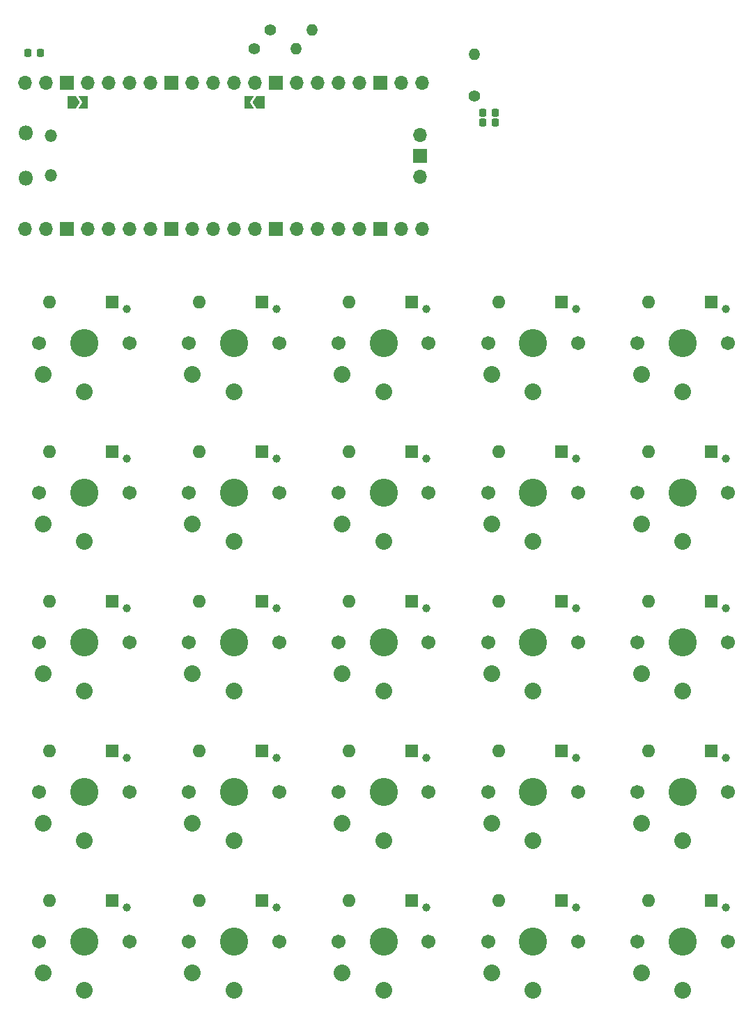
<source format=gbr>
%TF.GenerationSoftware,KiCad,Pcbnew,6.0.1-79c1e3a40b~116~ubuntu21.10.1*%
%TF.CreationDate,2022-03-13T19:18:57-06:00*%
%TF.ProjectId,Macropad,4d616372-6f70-4616-942e-6b696361645f,rev?*%
%TF.SameCoordinates,Original*%
%TF.FileFunction,Soldermask,Bot*%
%TF.FilePolarity,Negative*%
%FSLAX46Y46*%
G04 Gerber Fmt 4.6, Leading zero omitted, Abs format (unit mm)*
G04 Created by KiCad (PCBNEW 6.0.1-79c1e3a40b~116~ubuntu21.10.1) date 2022-03-13 19:18:57*
%MOMM*%
%LPD*%
G01*
G04 APERTURE LIST*
G04 Aperture macros list*
%AMRoundRect*
0 Rectangle with rounded corners*
0 $1 Rounding radius*
0 $2 $3 $4 $5 $6 $7 $8 $9 X,Y pos of 4 corners*
0 Add a 4 corners polygon primitive as box body*
4,1,4,$2,$3,$4,$5,$6,$7,$8,$9,$2,$3,0*
0 Add four circle primitives for the rounded corners*
1,1,$1+$1,$2,$3*
1,1,$1+$1,$4,$5*
1,1,$1+$1,$6,$7*
1,1,$1+$1,$8,$9*
0 Add four rect primitives between the rounded corners*
20,1,$1+$1,$2,$3,$4,$5,0*
20,1,$1+$1,$4,$5,$6,$7,0*
20,1,$1+$1,$6,$7,$8,$9,0*
20,1,$1+$1,$8,$9,$2,$3,0*%
%AMFreePoly0*
4,1,6,1.000000,0.000000,0.500000,-0.750000,-0.500000,-0.750000,-0.500000,0.750000,0.500000,0.750000,1.000000,0.000000,1.000000,0.000000,$1*%
%AMFreePoly1*
4,1,6,0.500000,-0.750000,-0.650000,-0.750000,-0.150000,0.000000,-0.650000,0.750000,0.500000,0.750000,0.500000,-0.750000,0.500000,-0.750000,$1*%
G04 Aperture macros list end*
%ADD10C,1.400000*%
%ADD11O,1.400000X1.400000*%
%ADD12RoundRect,0.225000X-0.225000X-0.250000X0.225000X-0.250000X0.225000X0.250000X-0.225000X0.250000X0*%
%ADD13C,3.429000*%
%ADD14C,1.701800*%
%ADD15C,0.990600*%
%ADD16C,2.032000*%
%ADD17R,1.600000X1.600000*%
%ADD18O,1.600000X1.600000*%
%ADD19O,1.800000X1.800000*%
%ADD20O,1.500000X1.500000*%
%ADD21O,1.700000X1.700000*%
%ADD22R,1.700000X1.700000*%
%ADD23FreePoly0,0.000000*%
%ADD24FreePoly1,0.000000*%
%ADD25FreePoly1,180.000000*%
%ADD26FreePoly0,180.000000*%
G04 APERTURE END LIST*
D10*
%TO.C,R3*%
X130450000Y-41440000D03*
D11*
X130450000Y-36360000D03*
%TD*%
D12*
%TO.C,C6*%
X132975000Y-44650000D03*
X131425000Y-44650000D03*
%TD*%
%TO.C,C5*%
X132975000Y-43400000D03*
X131425000Y-43400000D03*
%TD*%
D13*
%TO.C,SW14*%
X119400000Y-126100000D03*
D14*
X124900000Y-126100000D03*
D15*
X124620000Y-121900000D03*
D14*
X113900000Y-126100000D03*
D16*
X119400000Y-132000000D03*
X114400000Y-129900000D03*
%TD*%
D17*
%TO.C,D1*%
X86410000Y-66500000D03*
D18*
X78790000Y-66500000D03*
%TD*%
D17*
%TO.C,D9*%
X104600000Y-121100000D03*
D18*
X96980000Y-121100000D03*
%TD*%
D14*
%TO.C,SW18*%
X132100000Y-107900000D03*
D15*
X142820000Y-103700000D03*
D14*
X143100000Y-107900000D03*
D13*
X137600000Y-107900000D03*
D16*
X137600000Y-113800000D03*
X132600000Y-111700000D03*
%TD*%
D17*
%TO.C,D25*%
X159210000Y-139300000D03*
D18*
X151590000Y-139300000D03*
%TD*%
D17*
%TO.C,D2*%
X86400000Y-84700000D03*
D18*
X78780000Y-84700000D03*
%TD*%
D14*
%TO.C,SW20*%
X143100000Y-144300000D03*
D13*
X137600000Y-144300000D03*
D14*
X132100000Y-144300000D03*
D15*
X142820000Y-140100000D03*
D16*
X137600000Y-150200000D03*
X132600000Y-148100000D03*
%TD*%
D13*
%TO.C,SW24*%
X155800000Y-126100000D03*
D14*
X150300000Y-126100000D03*
X161300000Y-126100000D03*
D15*
X161020000Y-121900000D03*
D16*
X155800000Y-132000000D03*
X150800000Y-129900000D03*
%TD*%
D14*
%TO.C,SW5*%
X77500000Y-144300000D03*
D13*
X83000000Y-144300000D03*
D14*
X88500000Y-144300000D03*
D15*
X88220000Y-140100000D03*
D16*
X83000000Y-150200000D03*
X78000000Y-148100000D03*
%TD*%
D17*
%TO.C,D5*%
X86410000Y-139300000D03*
D18*
X78790000Y-139300000D03*
%TD*%
D17*
%TO.C,D7*%
X104610000Y-84700000D03*
D18*
X96990000Y-84700000D03*
%TD*%
D19*
%TO.C,U1*%
X75950000Y-45925000D03*
D20*
X78980000Y-46225000D03*
X78980000Y-51075000D03*
D19*
X75950000Y-51375000D03*
D21*
X75820000Y-57540000D03*
X78360000Y-57540000D03*
D22*
X80900000Y-57540000D03*
D21*
X83440000Y-57540000D03*
X85980000Y-57540000D03*
X88520000Y-57540000D03*
X91060000Y-57540000D03*
D22*
X93600000Y-57540000D03*
D21*
X96140000Y-57540000D03*
X98680000Y-57540000D03*
X101220000Y-57540000D03*
X103760000Y-57540000D03*
D22*
X106300000Y-57540000D03*
D21*
X108840000Y-57540000D03*
X111380000Y-57540000D03*
X113920000Y-57540000D03*
X116460000Y-57540000D03*
D22*
X119000000Y-57540000D03*
D21*
X121540000Y-57540000D03*
X124080000Y-57540000D03*
X124080000Y-39760000D03*
X121540000Y-39760000D03*
D22*
X119000000Y-39760000D03*
D21*
X116460000Y-39760000D03*
X113920000Y-39760000D03*
X111380000Y-39760000D03*
X108840000Y-39760000D03*
D22*
X106300000Y-39760000D03*
D21*
X103760000Y-39760000D03*
X101220000Y-39760000D03*
X98680000Y-39760000D03*
X96140000Y-39760000D03*
D22*
X93600000Y-39760000D03*
D21*
X91060000Y-39760000D03*
X88520000Y-39760000D03*
X85980000Y-39760000D03*
X83440000Y-39760000D03*
D22*
X80900000Y-39760000D03*
D21*
X78360000Y-39760000D03*
X75820000Y-39760000D03*
X123850000Y-51190000D03*
D22*
X123850000Y-48650000D03*
D21*
X123850000Y-46110000D03*
%TD*%
D14*
%TO.C,SW16*%
X132100000Y-71500000D03*
D13*
X137600000Y-71500000D03*
D14*
X143100000Y-71500000D03*
D15*
X142820000Y-67300000D03*
D16*
X137600000Y-77400000D03*
X132600000Y-75300000D03*
%TD*%
D14*
%TO.C,SW25*%
X161300000Y-144300000D03*
D13*
X155800000Y-144300000D03*
D14*
X150300000Y-144300000D03*
D15*
X161020000Y-140100000D03*
D16*
X155800000Y-150200000D03*
X150800000Y-148100000D03*
%TD*%
D17*
%TO.C,D16*%
X141010000Y-66500000D03*
D18*
X133390000Y-66500000D03*
%TD*%
D15*
%TO.C,SW13*%
X124620000Y-103700000D03*
D13*
X119400000Y-107900000D03*
D14*
X124900000Y-107900000D03*
X113900000Y-107900000D03*
D16*
X119400000Y-113800000D03*
X114400000Y-111700000D03*
%TD*%
D13*
%TO.C,SW9*%
X101200000Y-126100000D03*
D14*
X106700000Y-126100000D03*
D15*
X106420000Y-121900000D03*
D14*
X95700000Y-126100000D03*
D16*
X101200000Y-132000000D03*
X96200000Y-129900000D03*
%TD*%
D17*
%TO.C,D4*%
X86410000Y-121100000D03*
D18*
X78790000Y-121100000D03*
%TD*%
D14*
%TO.C,SW19*%
X132100000Y-126100000D03*
X143100000Y-126100000D03*
D13*
X137600000Y-126100000D03*
D15*
X142820000Y-121900000D03*
D16*
X137600000Y-132000000D03*
X132600000Y-129900000D03*
%TD*%
D12*
%TO.C,C1*%
X77725000Y-36150000D03*
X76175000Y-36150000D03*
%TD*%
D17*
%TO.C,D19*%
X141010000Y-121100000D03*
D18*
X133390000Y-121100000D03*
%TD*%
D17*
%TO.C,D10*%
X104610000Y-139300000D03*
D18*
X96990000Y-139300000D03*
%TD*%
D17*
%TO.C,D21*%
X159210000Y-66500000D03*
D18*
X151590000Y-66500000D03*
%TD*%
D17*
%TO.C,D15*%
X122810000Y-139300000D03*
D18*
X115190000Y-139300000D03*
%TD*%
D14*
%TO.C,SW10*%
X106700000Y-144300000D03*
D15*
X106420000Y-140100000D03*
D14*
X95700000Y-144300000D03*
D13*
X101200000Y-144300000D03*
D16*
X101200000Y-150200000D03*
X96200000Y-148100000D03*
%TD*%
D15*
%TO.C,SW6*%
X106420000Y-67300000D03*
D14*
X106700000Y-71500000D03*
X95700000Y-71500000D03*
D13*
X101200000Y-71500000D03*
D16*
X101200000Y-77400000D03*
X96200000Y-75300000D03*
%TD*%
D17*
%TO.C,D24*%
X159210000Y-121100000D03*
D18*
X151590000Y-121100000D03*
%TD*%
D14*
%TO.C,SW15*%
X113900000Y-144300000D03*
X124900000Y-144300000D03*
D15*
X124620000Y-140100000D03*
D13*
X119400000Y-144300000D03*
D16*
X119400000Y-150200000D03*
X114400000Y-148100000D03*
%TD*%
D14*
%TO.C,SW7*%
X95700000Y-89700000D03*
X106700000Y-89700000D03*
D15*
X106420000Y-85500000D03*
D13*
X101200000Y-89700000D03*
D16*
X101200000Y-95600000D03*
X96200000Y-93500000D03*
%TD*%
D15*
%TO.C,SW11*%
X124620000Y-67300000D03*
D14*
X124900000Y-71500000D03*
X113900000Y-71500000D03*
D13*
X119400000Y-71500000D03*
D16*
X119400000Y-77400000D03*
X114400000Y-75300000D03*
%TD*%
D13*
%TO.C,SW3*%
X83000000Y-107900000D03*
D15*
X88220000Y-103700000D03*
D14*
X88500000Y-107900000D03*
X77500000Y-107900000D03*
D16*
X83000000Y-113800000D03*
X78000000Y-111700000D03*
%TD*%
D13*
%TO.C,SW8*%
X101200000Y-107900000D03*
D14*
X95700000Y-107900000D03*
D15*
X106420000Y-103700000D03*
D14*
X106700000Y-107900000D03*
D16*
X101200000Y-113800000D03*
X96200000Y-111700000D03*
%TD*%
D17*
%TO.C,D13*%
X122810000Y-102900000D03*
D18*
X115190000Y-102900000D03*
%TD*%
D15*
%TO.C,SW21*%
X161020000Y-67300000D03*
D14*
X161300000Y-71500000D03*
X150300000Y-71500000D03*
D13*
X155800000Y-71500000D03*
D16*
X155800000Y-77400000D03*
X150800000Y-75300000D03*
%TD*%
D14*
%TO.C,SW22*%
X150300000Y-89700000D03*
D15*
X161020000Y-85500000D03*
D13*
X155800000Y-89700000D03*
D14*
X161300000Y-89700000D03*
D16*
X155800000Y-95600000D03*
X150800000Y-93500000D03*
%TD*%
D14*
%TO.C,SW2*%
X88500000Y-89700000D03*
D15*
X88220000Y-85500000D03*
D14*
X77500000Y-89700000D03*
D13*
X83000000Y-89700000D03*
D16*
X83000000Y-95600000D03*
X78000000Y-93500000D03*
%TD*%
D17*
%TO.C,D17*%
X141000000Y-84700000D03*
D18*
X133380000Y-84700000D03*
%TD*%
D13*
%TO.C,SW23*%
X155800000Y-107900000D03*
D14*
X161300000Y-107900000D03*
X150300000Y-107900000D03*
D15*
X161020000Y-103700000D03*
D16*
X155800000Y-113800000D03*
X150800000Y-111700000D03*
%TD*%
D17*
%TO.C,D11*%
X122800000Y-66500000D03*
D18*
X115180000Y-66500000D03*
%TD*%
D14*
%TO.C,SW12*%
X124900000Y-89700000D03*
D13*
X119400000Y-89700000D03*
D15*
X124620000Y-85500000D03*
D14*
X113900000Y-89700000D03*
D16*
X119400000Y-95600000D03*
X114400000Y-93500000D03*
%TD*%
D14*
%TO.C,SW17*%
X132100000Y-89700000D03*
D13*
X137600000Y-89700000D03*
D14*
X143100000Y-89700000D03*
D15*
X142820000Y-85500000D03*
D16*
X137600000Y-95600000D03*
X132600000Y-93500000D03*
%TD*%
D17*
%TO.C,D3*%
X86410000Y-102900000D03*
D18*
X78790000Y-102900000D03*
%TD*%
D15*
%TO.C,SW4*%
X88220000Y-121900000D03*
D14*
X88500000Y-126100000D03*
D13*
X83000000Y-126100000D03*
D14*
X77500000Y-126100000D03*
D16*
X83000000Y-132000000D03*
X78000000Y-129900000D03*
%TD*%
D10*
%TO.C,R2*%
X103660000Y-35650000D03*
D11*
X108740000Y-35650000D03*
%TD*%
D17*
%TO.C,D8*%
X104610000Y-102900000D03*
D18*
X96990000Y-102900000D03*
%TD*%
D17*
%TO.C,D23*%
X159210000Y-102900000D03*
D18*
X151590000Y-102900000D03*
%TD*%
D17*
%TO.C,D6*%
X104610000Y-66500000D03*
D18*
X96990000Y-66500000D03*
%TD*%
D17*
%TO.C,D18*%
X141010000Y-102900000D03*
D18*
X133390000Y-102900000D03*
%TD*%
D10*
%TO.C,R1*%
X105660000Y-33400000D03*
D11*
X110740000Y-33400000D03*
%TD*%
D17*
%TO.C,D20*%
X141010000Y-139300000D03*
D18*
X133390000Y-139300000D03*
%TD*%
D17*
%TO.C,D12*%
X122800000Y-84700000D03*
D18*
X115180000Y-84700000D03*
%TD*%
D17*
%TO.C,D14*%
X122810000Y-121100000D03*
D18*
X115190000Y-121100000D03*
%TD*%
D15*
%TO.C,SW1*%
X88220000Y-67300000D03*
D13*
X83000000Y-71500000D03*
D14*
X88500000Y-71500000D03*
X77500000Y-71500000D03*
D16*
X83000000Y-77400000D03*
X78000000Y-75300000D03*
%TD*%
D17*
%TO.C,D22*%
X159210000Y-84700000D03*
D18*
X151590000Y-84700000D03*
%TD*%
D23*
%TO.C,JP2*%
X81500000Y-42150000D03*
D24*
X82950000Y-42150000D03*
%TD*%
D25*
%TO.C,JP1*%
X102975000Y-42150000D03*
D26*
X104425000Y-42150000D03*
%TD*%
M02*

</source>
